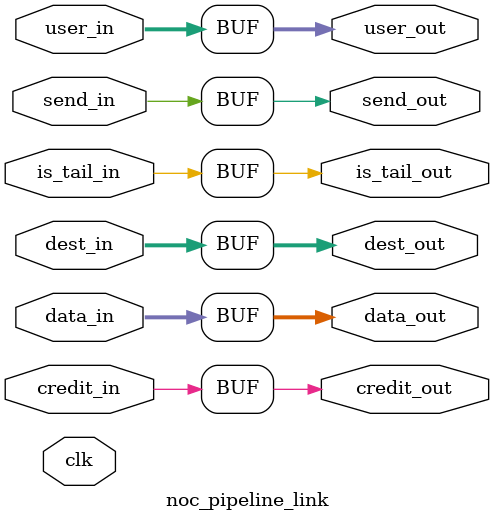
<source format=sv>
/**
 * @file noc_pipeline_link.sv
 *
 * @brief Pipeline registers for links
 *
 * @author Shashank Obla
 * Contact: sobla@andrew.cmu.edu
 *
 */

// Pipeline links module which does not use reset signal
// to allow them to be mapped to the hyper registers

module noc_pipeline_link #(
    parameter NUM_PIPELINE = 0,

    parameter FLIT_WIDTH = 128,
    parameter USER_WIDTH = 32,
    parameter DEST_WIDTH = 8
) (
    input   wire                            clk         ,

    input   wire    [FLIT_WIDTH - 1 : 0]    data_in     ,
    input   wire    [DEST_WIDTH - 1 : 0]    dest_in     ,
    input   wire    [USER_WIDTH - 1 : 0]    user_in     ,
    input   wire                            is_tail_in  ,
    input   wire                            send_in     ,
    output  logic                           credit_out  ,

    output  logic   [FLIT_WIDTH - 1 : 0]    data_out    ,
    output  logic   [DEST_WIDTH - 1 : 0]    dest_out    ,
    output  logic   [USER_WIDTH - 1 : 0]    user_out    ,
    output  logic                           is_tail_out ,
    output  logic                           send_out    ,
    input   wire                            credit_in
);

    generate begin: pipeline_gen
        if (NUM_PIPELINE == 0) begin
            assign data_out    = data_in;
            assign dest_out    = dest_in;
            assign user_out    = user_in;
            assign is_tail_out = is_tail_in;
            assign send_out    = send_in;
            assign credit_out  = credit_in;
        end else begin
            logic   [FLIT_WIDTH - 1 : 0]    data    [NUM_PIPELINE];
            logic   [DEST_WIDTH - 1 : 0]    dest    [NUM_PIPELINE];
            logic   [USER_WIDTH - 1 : 0]    user    [NUM_PIPELINE];
            logic                           is_tail [NUM_PIPELINE];
            logic                           send    [NUM_PIPELINE];
            logic                           credit  [NUM_PIPELINE];

            always_ff @(posedge clk) begin
                data[0]     <= data_in;
                dest[0]     <= dest_in;
                user[0]     <= user_in;
                is_tail[0]  <= is_tail_in;
                send[0]     <= send_in;
                credit[0]   <= credit_in;

                for (int i = 1; i < NUM_PIPELINE; i = i + 1) begin
                    data[i]    <= data[i - 1];
                    dest[i]    <= dest[i - 1];
                    user[i]    <= user[i - 1];
                    is_tail[i] <= is_tail[i - 1];
                    send[i]    <= send[i - 1];
                    credit[i]  <= credit[i - 1];
                end
            end

            always_comb begin
                data_out    = data[NUM_PIPELINE - 1];
                dest_out    = dest[NUM_PIPELINE - 1];
                user_out    = user[NUM_PIPELINE - 1];
                is_tail_out = is_tail[NUM_PIPELINE - 1];
                send_out    = send[NUM_PIPELINE - 1];
                credit_out  = credit[NUM_PIPELINE - 1];
            end
        end
    end
    endgenerate

endmodule: noc_pipeline_link
</source>
